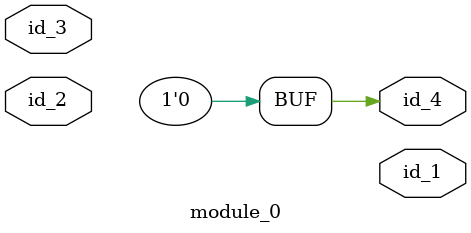
<source format=v>
`timescale 1ps / 1ps
module module_0 (
    id_1,
    id_2,
    id_3,
    id_4
);
  output id_4;
  inout id_3;
  input id_2;
  output id_1;
  supply0 id_4;
  assign id_4[1] = 1;
endmodule

</source>
